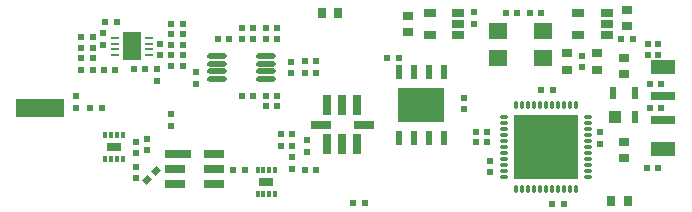
<source format=gtp>
%FSLAX24Y24*%
%MOIN*%
G70*
G01*
G75*
G04 Layer_Color=8421504*
%ADD10C,0.0060*%
%ADD11C,0.0200*%
%ADD12C,0.0100*%
%ADD13C,0.0250*%
%ADD14C,0.0120*%
%ADD15C,0.0330*%
%ADD16R,0.0197X0.0236*%
%ADD17R,0.0315X0.0354*%
%ADD18R,0.0217X0.0472*%
%ADD19R,0.1575X0.1181*%
%ADD20R,0.0236X0.0394*%
%ADD21R,0.0394X0.0394*%
%ADD22R,0.2156X0.2156*%
%ADD23O,0.0118X0.0295*%
%ADD24O,0.0295X0.0118*%
%ADD25O,0.0669X0.0177*%
%ADD26R,0.0354X0.0315*%
%ADD27R,0.0266X0.0098*%
%ADD28R,0.0591X0.0937*%
%ADD29R,0.0512X0.0295*%
%ADD30R,0.0128X0.0197*%
%ADD31R,0.0630X0.0520*%
%ADD32R,0.0709X0.0276*%
%ADD33R,0.0906X0.0276*%
%ADD34R,0.0276X0.0709*%
%ADD35R,0.1600X0.0600*%
%ADD36R,0.0433X0.0256*%
%ADD37R,0.0827X0.0472*%
%ADD38R,0.0827X0.0315*%
%ADD39R,0.0236X0.0197*%
G04:AMPARAMS|DCode=40|XSize=19.7mil|YSize=23.6mil|CornerRadius=0mil|HoleSize=0mil|Usage=FLASHONLY|Rotation=135.000|XOffset=0mil|YOffset=0mil|HoleType=Round|Shape=Rectangle|*
%AMROTATEDRECTD40*
4,1,4,0.0153,0.0014,-0.0014,-0.0153,-0.0153,-0.0014,0.0014,0.0153,0.0153,0.0014,0.0*
%
%ADD40ROTATEDRECTD40*%

%ADD41C,0.0150*%
%ADD42C,0.0290*%
%ADD43R,0.1600X0.1300*%
%ADD44C,0.0591*%
%ADD45C,0.0591*%
%ADD46R,0.0591X0.0591*%
%ADD47C,0.0472*%
%ADD48O,0.1575X0.0650*%
%ADD49C,0.0260*%
%ADD50C,0.0400*%
%ADD51C,0.0550*%
%ADD52C,0.0754*%
%ADD53C,0.0991*%
%ADD54O,0.1384X0.0794*%
%ADD55R,0.2280X0.2290*%
%ADD56R,0.1000X0.2790*%
%ADD57R,0.8990X0.0670*%
%ADD58R,0.0750X0.0500*%
%ADD59C,0.0530*%
%ADD60C,0.0098*%
%ADD61C,0.0079*%
D16*
X46500Y25822D02*
D03*
Y25428D02*
D03*
X34600Y24828D02*
D03*
Y25222D02*
D03*
X44300Y25422D02*
D03*
Y25028D02*
D03*
X29440Y22158D02*
D03*
Y22552D02*
D03*
X29800Y22258D02*
D03*
Y22652D02*
D03*
X40700Y26478D02*
D03*
Y26872D02*
D03*
X46850Y25428D02*
D03*
Y25822D02*
D03*
X41250Y21528D02*
D03*
Y21922D02*
D03*
X44900Y22872D02*
D03*
Y22478D02*
D03*
X40360Y24022D02*
D03*
Y23628D02*
D03*
X30150Y24578D02*
D03*
Y24972D02*
D03*
X27450Y23678D02*
D03*
Y24072D02*
D03*
X31450Y24478D02*
D03*
Y24872D02*
D03*
X29450Y21328D02*
D03*
Y21722D02*
D03*
X34650Y21648D02*
D03*
Y22042D02*
D03*
X30600Y23472D02*
D03*
Y23078D02*
D03*
X35150Y22612D02*
D03*
Y22218D02*
D03*
X28350Y25768D02*
D03*
Y26162D02*
D03*
X30250Y25428D02*
D03*
Y25822D02*
D03*
D17*
X36176Y26825D02*
D03*
X35624D02*
D03*
X45274Y20575D02*
D03*
X45826D02*
D03*
D18*
X38200Y22664D02*
D03*
X38700D02*
D03*
X39200D02*
D03*
X39700D02*
D03*
Y24875D02*
D03*
X39200D02*
D03*
X38700D02*
D03*
X38200D02*
D03*
D19*
X38948Y23767D02*
D03*
D20*
X45326Y24169D02*
D03*
X46074D02*
D03*
Y23381D02*
D03*
D21*
X45405D02*
D03*
D22*
X43100Y22375D02*
D03*
D23*
X42116Y23763D02*
D03*
X42313D02*
D03*
X42509D02*
D03*
X42706D02*
D03*
X42903D02*
D03*
X43100D02*
D03*
X43297D02*
D03*
X43494D02*
D03*
X43691D02*
D03*
X43887D02*
D03*
X44084D02*
D03*
Y20987D02*
D03*
X43887D02*
D03*
X43691D02*
D03*
X43494D02*
D03*
X43297D02*
D03*
X43100D02*
D03*
X42903D02*
D03*
X42706D02*
D03*
X42509D02*
D03*
X42313D02*
D03*
X42116D02*
D03*
D24*
X44488Y23359D02*
D03*
Y23162D02*
D03*
Y22966D02*
D03*
Y22769D02*
D03*
Y22572D02*
D03*
Y22375D02*
D03*
Y22178D02*
D03*
Y21981D02*
D03*
Y21784D02*
D03*
Y21588D02*
D03*
Y21391D02*
D03*
X41712D02*
D03*
Y21588D02*
D03*
Y21784D02*
D03*
Y21981D02*
D03*
Y22178D02*
D03*
Y22375D02*
D03*
Y22572D02*
D03*
Y22769D02*
D03*
Y22966D02*
D03*
Y23162D02*
D03*
Y23359D02*
D03*
D25*
X33777Y24641D02*
D03*
Y24897D02*
D03*
Y25153D02*
D03*
Y25409D02*
D03*
X32123Y24641D02*
D03*
X32123Y24897D02*
D03*
Y25153D02*
D03*
X32123Y25409D02*
D03*
D26*
X45700Y21999D02*
D03*
Y22551D02*
D03*
Y25351D02*
D03*
Y24799D02*
D03*
X45800Y26399D02*
D03*
Y26951D02*
D03*
X38500Y26199D02*
D03*
Y26751D02*
D03*
X44800Y24949D02*
D03*
Y25501D02*
D03*
X43800Y25501D02*
D03*
Y24949D02*
D03*
D27*
X29855Y26020D02*
D03*
Y25823D02*
D03*
Y25627D02*
D03*
X29855Y25430D02*
D03*
X28745D02*
D03*
Y25627D02*
D03*
Y25823D02*
D03*
Y26020D02*
D03*
D28*
X29299Y25725D02*
D03*
D29*
X28705Y22381D02*
D03*
X33780Y21215D02*
D03*
D30*
X29000Y22775D02*
D03*
X28803D02*
D03*
X28606D02*
D03*
X28409D02*
D03*
Y21988D02*
D03*
X28606Y21988D02*
D03*
X28803D02*
D03*
X29000D02*
D03*
X34075Y20821D02*
D03*
X33878D02*
D03*
X33682D02*
D03*
X33485Y20821D02*
D03*
Y21609D02*
D03*
X33682D02*
D03*
X33878D02*
D03*
X34075D02*
D03*
D31*
X41500Y26225D02*
D03*
Y25325D02*
D03*
X43000Y26225D02*
D03*
Y25325D02*
D03*
D32*
X32050Y22125D02*
D03*
Y21125D02*
D03*
Y21625D02*
D03*
X30750D02*
D03*
Y21125D02*
D03*
X37020Y23115D02*
D03*
X35590D02*
D03*
D33*
X30850Y22125D02*
D03*
D34*
X35800Y23765D02*
D03*
X36800D02*
D03*
X36300D02*
D03*
X36300Y22465D02*
D03*
X36800D02*
D03*
X35800D02*
D03*
D35*
X26250Y23675D02*
D03*
D36*
X39228Y26101D02*
D03*
Y26849D02*
D03*
X40172D02*
D03*
Y26475D02*
D03*
Y26101D02*
D03*
X44178D02*
D03*
Y26849D02*
D03*
X45122D02*
D03*
Y26475D02*
D03*
Y26101D02*
D03*
D37*
X47013Y25053D02*
D03*
Y22297D02*
D03*
D38*
Y24069D02*
D03*
Y23281D02*
D03*
D39*
X30997Y25425D02*
D03*
X30603D02*
D03*
X41753Y26825D02*
D03*
X42147D02*
D03*
X34647Y22795D02*
D03*
X34253D02*
D03*
X34147Y25975D02*
D03*
X33753D02*
D03*
X33753Y24075D02*
D03*
X34147D02*
D03*
X34647Y22415D02*
D03*
X34253D02*
D03*
X38197Y25325D02*
D03*
X37803D02*
D03*
X42943Y24275D02*
D03*
X43337D02*
D03*
X43697Y20475D02*
D03*
X43303D02*
D03*
X34147Y26325D02*
D03*
X33753D02*
D03*
X33753Y23725D02*
D03*
X34147D02*
D03*
X32953Y26325D02*
D03*
X33347D02*
D03*
X27903Y23675D02*
D03*
X28297D02*
D03*
X46553Y23680D02*
D03*
X46947D02*
D03*
X46553Y24475D02*
D03*
X46947D02*
D03*
X29747Y24975D02*
D03*
X29353D02*
D03*
X30997Y26125D02*
D03*
X30603D02*
D03*
X30997Y26475D02*
D03*
X30603D02*
D03*
X28797Y26525D02*
D03*
X28403D02*
D03*
X37077Y20495D02*
D03*
X36683D02*
D03*
X27603Y25675D02*
D03*
X27997D02*
D03*
X27997Y24925D02*
D03*
X27603D02*
D03*
X30603Y25775D02*
D03*
X30997D02*
D03*
X27603Y26025D02*
D03*
X27997D02*
D03*
X41147Y22525D02*
D03*
X40753D02*
D03*
X41147Y22875D02*
D03*
X40753D02*
D03*
X28353Y24925D02*
D03*
X28747D02*
D03*
X33347Y25975D02*
D03*
X32953D02*
D03*
X33347Y24075D02*
D03*
X32953D02*
D03*
X46847Y21675D02*
D03*
X46453D02*
D03*
X45603Y25975D02*
D03*
X45997D02*
D03*
X32153D02*
D03*
X32547D02*
D03*
X35447Y25225D02*
D03*
X35053D02*
D03*
X35447Y24825D02*
D03*
X35053D02*
D03*
X32663Y21615D02*
D03*
X33057D02*
D03*
X35053D02*
D03*
X35447D02*
D03*
X27603Y25325D02*
D03*
X27997D02*
D03*
X30603Y25075D02*
D03*
X30997D02*
D03*
X42947Y26825D02*
D03*
X42553D02*
D03*
D40*
X29811Y21286D02*
D03*
X30089Y21564D02*
D03*
M02*

</source>
